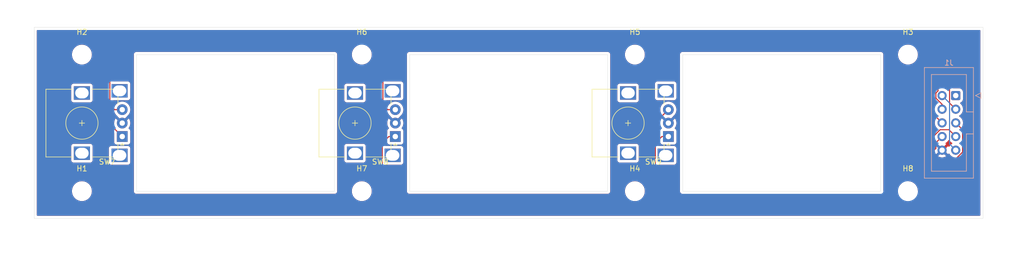
<source format=kicad_pcb>
(kicad_pcb (version 20240108) (generator "pcbnew") (generator_version "8.0")
  (layers (0 "F.Cu" signal) (31 "B.Cu" signal) (34 "B.Paste" user) (35 "F.Paste" user) (36 "B.SilkS" user "B.Silkscreen") (37 "F.SilkS" user "F.Silkscreen") (38 "B.Mask" user) (39 "F.Mask" user) (44 "Edge.Cuts" user))
  (net 0 "")
  (net 1 "GND")
  (net 2 "+3V3")
  (net 3 "Net-(J1-Pin_5)")
  (net 4 "Net-(J1-Pin_8)")
  (net 5 "Net-(J1-Pin_6)")
  (net 6 "Net-(J1-Pin_3)")
  (net 7 "Net-(J1-Pin_7)")
  (net 8 "Net-(J1-Pin_4)")
  (net 9 "Net-(J1-Pin_2)")
  (footprint "Anyma06:RotaryEncoder_Alps_EC12E_HV-Combo" (layer "F.Cu") (at 144.66 53.34 180)
    (property "Reference" "SW9" (at 2.8 -4.7 360) (layer "F.SilkS"))
    (property "Value" "RotaryEncoder")
    (fp_line (start 14.2 8.8) (end 9.3 8.8) (stroke (width 0.12)) (layer "F.SilkS"))
    (fp_line (start 14.2 -3.8) (end 14.2 8.8) (stroke (width 0.12)) (layer "F.SilkS"))
    (fp_line (start 9.3 -3.8) (end 14.2 -3.8) (stroke (width 0.12)) (layer "F.SilkS"))
    (fp_line (start 7.5 2) (end 7.5 3) (stroke (width 0.12)) (layer "F.SilkS"))
    (fp_line (start 7 2.5) (end 8 2.5) (stroke (width 0.12)) (layer "F.SilkS"))
    (fp_line (start 5.7 8.8) (end 0.8 8.8) (stroke (width 0.12)) (layer "F.SilkS"))
    (fp_line (start 5.6 -3.8) (end 0.8 -3.8) (stroke (width 0.12)) (layer "F.SilkS"))
    (fp_line (start 0.8 8.8) (end 0.8 6) (stroke (width 0.12)) (layer "F.SilkS"))
    (fp_line (start 0.8 -3.8) (end 0.8 -1.3) (stroke (width 0.12)) (layer "F.SilkS"))
    (fp_line (start 0.3 -1.6) (end 0 -1.3) (stroke (width 0.12)) (layer "F.SilkS"))
    (fp_line (start 0 -1.3) (end -0.3 -1.6) (stroke (width 0.12)) (layer "F.SilkS"))
    (fp_line (start -0.3 -1.6) (end 0.3 -1.6) (stroke (width 0.12)) (layer "F.SilkS"))
    (fp_circle (center 7.5 2.5) (end 10.5 2.5) (stroke (width 0.12)) (fill none) (layer "F.SilkS"))
    (pad "" thru_hole rect (at 0.5 -3.5 180) (size 3 2.5) (drill oval 2.5 2) (layers "*.Cu" "*.Mask"))
    (pad "" thru_hole rect (at 0.5 8.5 180) (size 3 2.5) (drill oval 2.5 2) (layers "*.Cu" "*.Mask"))
    (pad "" thru_hole rect (at 7.5 -3.1 180) (size 3 2.5) (drill oval 2.5 2) (layers "*.Cu" "*.Mask"))
    (pad "" thru_hole rect (at 7.5 8.1 180) (size 3 2.5) (drill oval 2.5 2) (layers "*.Cu" "*.Mask"))
    (pad "A" thru_hole rect (at 0 0 180) (size 2 2) (drill 1) (layers "*.Cu" "*.Mask") (net 7 "Net-(J1-Pin_7)"))
    (pad "B" thru_hole circle (at 0 5 180) (size 2 2) (drill 1) (layers "*.Cu" "*.Mask") (net 4 "Net-(J1-Pin_8)"))
    (pad "C" thru_hole circle (at 0 2.5 180) (size 2 2) (drill 1) (layers "*.Cu" "*.Mask") (net 1 "GND"))
  )
  (footprint "MountingHole:MountingHole_3.2mm_M3" (layer "F.Cu") (at 87.63 63.5)
    (property "Reference" "H7" (at 0 -4.2 0) (layer "F.SilkS"))
    (property "Value" "MountingHole")
    (pad "" np_thru_hole circle (at 0 0) (size 3.2 3.2) (drill 3.2) (layers "*.Cu" "*.Mask"))
  )
  (footprint "MountingHole:MountingHole_3.2mm_M3" (layer "F.Cu") (at 35.56 38.1)
    (property "Reference" "H2" (at 0 -4.2 0) (layer "F.SilkS"))
    (property "Value" "MountingHole")
    (pad "" np_thru_hole circle (at 0 0) (size 3.2 3.2) (drill 3.2) (layers "*.Cu" "*.Mask"))
  )
  (footprint "MountingHole:MountingHole_3.2mm_M3" (layer "F.Cu") (at 138.43 63.5)
    (property "Reference" "H4" (at 0 -4.2 0) (layer "F.SilkS"))
    (property "Value" "MountingHole")
    (pad "" np_thru_hole circle (at 0 0) (size 3.2 3.2) (drill 3.2) (layers "*.Cu" "*.Mask"))
  )
  (footprint "MountingHole:MountingHole_3.2mm_M3" (layer "F.Cu") (at 35.56 63.5)
    (property "Reference" "H1" (at 0 -4.2 0) (layer "F.SilkS"))
    (property "Value" "MountingHole")
    (pad "" np_thru_hole circle (at 0 0) (size 3.2 3.2) (drill 3.2) (layers "*.Cu" "*.Mask"))
  )
  (footprint "MountingHole:MountingHole_3.2mm_M3" (layer "F.Cu") (at 189.23 63.5)
    (property "Reference" "H8" (at 0 -4.2 0) (layer "F.SilkS"))
    (property "Value" "MountingHole")
    (pad "" np_thru_hole circle (at 0 0) (size 3.2 3.2) (drill 3.2) (layers "*.Cu" "*.Mask"))
  )
  (footprint "Anyma06:RotaryEncoder_Alps_EC12E_HV-Combo" (layer "F.Cu") (at 43.06 53.34 180)
    (property "Reference" "SW7" (at 2.8 -4.7 360) (layer "F.SilkS"))
    (property "Value" "RotaryEncoder")
    (fp_line (start 14.2 8.8) (end 9.3 8.8) (stroke (width 0.12)) (layer "F.SilkS"))
    (fp_line (start 14.2 -3.8) (end 14.2 8.8) (stroke (width 0.12)) (layer "F.SilkS"))
    (fp_line (start 9.3 -3.8) (end 14.2 -3.8) (stroke (width 0.12)) (layer "F.SilkS"))
    (fp_line (start 7.5 2) (end 7.5 3) (stroke (width 0.12)) (layer "F.SilkS"))
    (fp_line (start 7 2.5) (end 8 2.5) (stroke (width 0.12)) (layer "F.SilkS"))
    (fp_line (start 5.7 8.8) (end 0.8 8.8) (stroke (width 0.12)) (layer "F.SilkS"))
    (fp_line (start 5.6 -3.8) (end 0.8 -3.8) (stroke (width 0.12)) (layer "F.SilkS"))
    (fp_line (start 0.8 8.8) (end 0.8 6) (stroke (width 0.12)) (layer "F.SilkS"))
    (fp_line (start 0.8 -3.8) (end 0.8 -1.3) (stroke (width 0.12)) (layer "F.SilkS"))
    (fp_line (start 0.3 -1.6) (end 0 -1.3) (stroke (width 0.12)) (layer "F.SilkS"))
    (fp_line (start 0 -1.3) (end -0.3 -1.6) (stroke (width 0.12)) (layer "F.SilkS"))
    (fp_line (start -0.3 -1.6) (end 0.3 -1.6) (stroke (width 0.12)) (layer "F.SilkS"))
    (fp_circle (center 7.5 2.5) (end 10.5 2.5) (stroke (width 0.12)) (fill none) (layer "F.SilkS"))
    (pad "" thru_hole rect (at 0.5 -3.5 180) (size 3 2.5) (drill oval 2.5 2) (layers "*.Cu" "*.Mask"))
    (pad "" thru_hole rect (at 0.5 8.5 180) (size 3 2.5) (drill oval 2.5 2) (layers "*.Cu" "*.Mask"))
    (pad "" thru_hole rect (at 7.5 -3.1 180) (size 3 2.5) (drill oval 2.5 2) (layers "*.Cu" "*.Mask"))
    (pad "" thru_hole rect (at 7.5 8.1 180) (size 3 2.5) (drill oval 2.5 2) (layers "*.Cu" "*.Mask"))
    (pad "A" thru_hole rect (at 0 0 180) (size 2 2) (drill 1) (layers "*.Cu" "*.Mask") (net 6 "Net-(J1-Pin_3)"))
    (pad "B" thru_hole circle (at 0 5 180) (size 2 2) (drill 1) (layers "*.Cu" "*.Mask") (net 8 "Net-(J1-Pin_4)"))
    (pad "C" thru_hole circle (at 0 2.5 180) (size 2 2) (drill 1) (layers "*.Cu" "*.Mask") (net 1 "GND"))
  )
  (footprint "MountingHole:MountingHole_3.2mm_M3" (layer "F.Cu") (at 138.43 38.1)
    (property "Reference" "H5" (at 0 -4.2 0) (layer "F.SilkS"))
    (property "Value" "MountingHole")
    (pad "" np_thru_hole circle (at 0 0) (size 3.2 3.2) (drill 3.2) (layers "*.Cu" "*.Mask"))
  )
  (footprint "MountingHole:MountingHole_3.2mm_M3" (layer "F.Cu") (at 189.23 38.1)
    (property "Reference" "H3" (at 0 -4.2 0) (layer "F.SilkS"))
    (property "Value" "MountingHole")
    (pad "" np_thru_hole circle (at 0 0) (size 3.2 3.2) (drill 3.2) (layers "*.Cu" "*.Mask"))
  )
  (footprint "Anyma06:RotaryEncoder_Alps_EC12E_HV-Combo" (layer "F.Cu") (at 93.86 53.34 180)
    (property "Reference" "SW8" (at 2.8 -4.7 360) (layer "F.SilkS"))
    (property "Value" "RotaryEncoder")
    (fp_line (start 14.2 8.8) (end 9.3 8.8) (stroke (width 0.12)) (layer "F.SilkS"))
    (fp_line (start 14.2 -3.8) (end 14.2 8.8) (stroke (width 0.12)) (layer "F.SilkS"))
    (fp_line (start 9.3 -3.8) (end 14.2 -3.8) (stroke (width 0.12)) (layer "F.SilkS"))
    (fp_line (start 7.5 2) (end 7.5 3) (stroke (width 0.12)) (layer "F.SilkS"))
    (fp_line (start 7 2.5) (end 8 2.5) (stroke (width 0.12)) (layer "F.SilkS"))
    (fp_line (start 5.7 8.8) (end 0.8 8.8) (stroke (width 0.12)) (layer "F.SilkS"))
    (fp_line (start 5.6 -3.8) (end 0.8 -3.8) (stroke (width 0.12)) (layer "F.SilkS"))
    (fp_line (start 0.8 8.8) (end 0.8 6) (stroke (width 0.12)) (layer "F.SilkS"))
    (fp_line (start 0.8 -3.8) (end 0.8 -1.3) (stroke (width 0.12)) (layer "F.SilkS"))
    (fp_line (start 0.3 -1.6) (end 0 -1.3) (stroke (width 0.12)) (layer "F.SilkS"))
    (fp_line (start 0 -1.3) (end -0.3 -1.6) (stroke (width 0.12)) (layer "F.SilkS"))
    (fp_line (start -0.3 -1.6) (end 0.3 -1.6) (stroke (width 0.12)) (layer "F.SilkS"))
    (fp_circle (center 7.5 2.5) (end 10.5 2.5) (stroke (width 0.12)) (fill none) (layer "F.SilkS"))
    (pad "" thru_hole rect (at 0.5 -3.5 180) (size 3 2.5) (drill oval 2.5 2) (layers "*.Cu" "*.Mask"))
    (pad "" thru_hole rect (at 0.5 8.5 180) (size 3 2.5) (drill oval 2.5 2) (layers "*.Cu" "*.Mask"))
    (pad "" thru_hole rect (at 7.5 -3.1 180) (size 3 2.5) (drill oval 2.5 2) (layers "*.Cu" "*.Mask"))
    (pad "" thru_hole rect (at 7.5 8.1 180) (size 3 2.5) (drill oval 2.5 2) (layers "*.Cu" "*.Mask"))
    (pad "A" thru_hole rect (at 0 0 180) (size 2 2) (drill 1) (layers "*.Cu" "*.Mask") (net 3 "Net-(J1-Pin_5)"))
    (pad "B" thru_hole circle (at 0 5 180) (size 2 2) (drill 1) (layers "*.Cu" "*.Mask") (net 5 "Net-(J1-Pin_6)"))
    (pad "C" thru_hole circle (at 0 2.5 180) (size 2 2) (drill 1) (layers "*.Cu" "*.Mask") (net 1 "GND"))
  )
  (footprint "MountingHole:MountingHole_3.2mm_M3" (layer "F.Cu") (at 87.63 38.1)
    (property "Reference" "H6" (at 0 -4.2 0) (layer "F.SilkS"))
    (property "Value" "MountingHole")
    (pad "" np_thru_hole circle (at 0 0) (size 3.2 3.2) (drill 3.2) (layers "*.Cu" "*.Mask"))
  )
  (footprint "Connector_IDC:IDC-Header_2x05_P2.54mm_Vertical" (layer "B.Cu") (at 198.12 45.72 180)
    (property "Reference" "J1" (at 1.27 6.1 0) (layer "B.SilkS") (effects (justify mirror)))
    (property "Value" "Conn_01x10")
    (fp_line (start 5.83 5.21) (end -3.29 5.21) (stroke (width 0.12)) (layer "B.SilkS"))
    (fp_line (start 5.83 -15.37) (end 5.83 5.21) (stroke (width 0.12)) (layer "B.SilkS"))
    (fp_line (start 4.52 3.91) (end -1.98 3.91) (stroke (width 0.12)) (layer "B.SilkS"))
    (fp_line (start 4.52 -14.07) (end 4.52 3.91) (stroke (width 0.12)) (layer "B.SilkS"))
    (fp_line (start -1.98 3.91) (end -1.98 -3.03) (stroke (width 0.12)) (layer "B.SilkS"))
    (fp_line (start -1.98 -3.03) (end -3.29 -3.03) (stroke (width 0.12)) (layer "B.SilkS"))
    (fp_line (start -1.98 -7.13) (end -1.98 -7.13) (stroke (width 0.12)) (layer "B.SilkS"))
    (fp_line (start -1.98 -7.13) (end -1.98 -14.07) (stroke (width 0.12)) (layer "B.SilkS"))
    (fp_line (start -1.98 -14.07) (end 4.52 -14.07) (stroke (width 0.12)) (layer "B.SilkS"))
    (fp_line (start -3.29 5.21) (end -3.29 -15.37) (stroke (width 0.12)) (layer "B.SilkS"))
    (fp_line (start -3.29 -7.13) (end -1.98 -7.13) (stroke (width 0.12)) (layer "B.SilkS"))
    (fp_line (start -3.29 -15.37) (end 5.83 -15.37) (stroke (width 0.12)) (layer "B.SilkS"))
    (fp_line (start -3.68 0) (end -4.68 -0.5) (stroke (width 0.12)) (layer "B.SilkS"))
    (fp_line (start -4.68 0.5) (end -3.68 0) (stroke (width 0.12)) (layer "B.SilkS"))
    (fp_line (start -4.68 -0.5) (end -4.68 0.5) (stroke (width 0.12)) (layer "B.SilkS"))
    (pad "1" thru_hole roundrect (at 0 0 180) (size 1.7 1.7) (drill 1) (layers "*.Cu" "*.Mask") (roundrect_rratio 0.147059) (net 2 "+3V3"))
    (pad "2" thru_hole circle (at 2.54 0 180) (size 1.7 1.7) (drill 1) (layers "*.Cu" "*.Mask") (net 9 "Net-(J1-Pin_2)"))
    (pad "3" thru_hole circle (at 0 -2.54 180) (size 1.7 1.7) (drill 1) (layers "*.Cu" "*.Mask") (net 6 "Net-(J1-Pin_3)"))
    (pad "4" thru_hole circle (at 2.54 -2.54 180) (size 1.7 1.7) (drill 1) (layers "*.Cu" "*.Mask") (net 8 "Net-(J1-Pin_4)"))
    (pad "5" thru_hole circle (at 0 -5.08 180) (size 1.7 1.7) (drill 1) (layers "*.Cu" "*.Mask") (net 3 "Net-(J1-Pin_5)"))
    (pad "6" thru_hole circle (at 2.54 -5.08 180) (size 1.7 1.7) (drill 1) (layers "*.Cu" "*.Mask") (net 5 "Net-(J1-Pin_6)"))
    (pad "7" thru_hole circle (at 0 -7.62 180) (size 1.7 1.7) (drill 1) (layers "*.Cu" "*.Mask") (net 7 "Net-(J1-Pin_7)"))
    (pad "8" thru_hole circle (at 2.54 -7.62 180) (size 1.7 1.7) (drill 1) (layers "*.Cu" "*.Mask") (net 4 "Net-(J1-Pin_8)"))
    (pad "9" thru_hole circle (at 0 -10.16 180) (size 1.7 1.7) (drill 1) (layers "*.Cu" "*.Mask") (net 9 "Net-(J1-Pin_2)"))
    (pad "10" thru_hole circle (at 2.54 -10.16 180) (size 1.7 1.7) (drill 1) (layers "*.Cu" "*.Mask") (net 1 "GND"))
  )
  (gr_rect (start 45.72 38.1) (end 82.55 63.5) (stroke (width 0.05)) (fill none) (layer "Edge.Cuts"))
  (gr_rect (start 26.67 33.02) (end 203.2 68.58) (stroke (width 0.05)) (fill none) (layer "Edge.Cuts"))
  (gr_rect (start 147.32 38.1) (end 184.15 63.5) (stroke (width 0.05)) (fill none) (layer "Edge.Cuts"))
  (gr_rect (start 96.52 38.1) (end 133.35 63.5) (stroke (width 0.05)) (fill none) (layer "Edge.Cuts"))
  (segment (start 91.44 54.56) (end 91.44 63.246) (width 0.2) (layer "F.Cu") (net 3))
  (segment (start 91.44 63.246) (end 93.644 65.45) (width 0.2) (layer "F.Cu") (net 3))
  (segment (start 93.86 53.34) (end 92.66 53.34) (width 0.2) (layer "F.Cu") (net 3))
  (segment (start 145.344629 65.45) (end 145.464629 65.57) (width 0.2) (layer "F.Cu") (net 3))
  (segment (start 199.39 52.07) (end 198.12 50.8) (width 0.2) (layer "F.Cu") (net 3))
  (segment (start 93.644 65.45) (end 145.344629 65.45) (width 0.2) (layer "F.Cu") (net 3))
  (segment (start 145.464629 65.57) (end 190.056346 65.57) (width 0.2) (layer "F.Cu") (net 3))
  (segment (start 92.66 53.34) (end 91.44 54.56) (width 0.2) (layer "F.Cu") (net 3))
  (segment (start 190.056346 65.57) (end 199.39 56.236346) (width 0.2) (layer "F.Cu") (net 3))
  (segment (start 199.39 56.236346) (end 199.39 52.07) (width 0.2) (layer "F.Cu") (net 3))
  (segment (start 187.28 62.692284) (end 194.43 55.542284) (width 0.2) (layer "F.Cu") (net 4))
  (segment (start 194.43 55.542284) (end 194.43 54.49) (width 0.2) (layer "F.Cu") (net 4))
  (segment (start 187.28 62.713685) (end 187.28 62.692284) (width 0.2) (layer "F.Cu") (net 4))
  (segment (start 141.84 51.16) (end 141.84 61.379686) (width 0.2) (layer "F.Cu") (net 4))
  (segment (start 145.630314 65.17) (end 184.823686 65.17) (width 0.2) (layer "F.Cu") (net 4))
  (segment (start 194.43 54.49) (end 195.58 53.34) (width 0.2) (layer "F.Cu") (net 4))
  (segment (start 184.823686 65.17) (end 187.28 62.713685) (width 0.2) (layer "F.Cu") (net 4))
  (segment (start 144.66 48.34) (end 141.84 51.16) (width 0.2) (layer "F.Cu") (net 4))
  (segment (start 141.84 61.379686) (end 145.630314 65.17) (width 0.2) (layer "F.Cu") (net 4))
  (segment (start 192.106 36.15) (end 194.03 38.074) (width 0.2) (layer "F.Cu") (net 5))
  (segment (start 91.56 47.454213) (end 91.56 37.98) (width 0.2) (layer "F.Cu") (net 5))
  (segment (start 92.445787 48.34) (end 91.56 47.454213) (width 0.2) (layer "F.Cu") (net 5))
  (segment (start 194.03 49.25) (end 195.58 50.8) (width 0.2) (layer "F.Cu") (net 5))
  (segment (start 91.56 37.98) (end 93.39 36.15) (width 0.2) (layer "F.Cu") (net 5))
  (segment (start 93.39 36.15) (end 192.106 36.15) (width 0.2) (layer "F.Cu") (net 5))
  (segment (start 194.03 38.074) (end 194.03 49.25) (width 0.2) (layer "F.Cu") (net 5))
  (segment (start 93.86 48.34) (end 92.445787 48.34) (width 0.2) (layer "F.Cu") (net 5))
  (segment (start 196.97 47.11) (end 196.97 38.474) (width 0.2) (layer "F.Cu") (net 6))
  (segment (start 40.36 50.64) (end 43.06 53.34) (width 0.2) (layer "F.Cu") (net 6))
  (segment (start 42.824314 35.35) (end 40.36 37.814314) (width 0.2) (layer "F.Cu") (net 6))
  (segment (start 40.36 37.814314) (end 40.36 50.64) (width 0.2) (layer "F.Cu") (net 6))
  (segment (start 193.846 35.35) (end 42.824314 35.35) (width 0.2) (layer "F.Cu") (net 6))
  (segment (start 198.12 48.26) (end 196.97 47.11) (width 0.2) (layer "F.Cu") (net 6))
  (segment (start 196.97 38.474) (end 193.846 35.35) (width 0.2) (layer "F.Cu") (net 6))
  (segment (start 143.46 53.34) (end 144.66 53.34) (width 0.2) (layer "F.Cu") (net 7))
  (segment (start 194.03 55.144) (end 184.404 64.77) (width 0.2) (layer "F.Cu") (net 7))
  (segment (start 194.03 53.263654) (end 194.03 55.144) (width 0.2) (layer "F.Cu") (net 7))
  (segment (start 142.24 54.56) (end 143.46 53.34) (width 0.2) (layer "F.Cu") (net 7))
  (segment (start 145.796 64.77) (end 142.24 61.214) (width 0.2) (layer "F.Cu") (net 7))
  (segment (start 198.12 53.34) (end 196.85 52.07) (width 0.2) (layer "F.Cu") (net 7))
  (segment (start 195.223654 52.07) (end 194.03 53.263654) (width 0.2) (layer "F.Cu") (net 7))
  (segment (start 184.404 64.77) (end 145.796 64.77) (width 0.2) (layer "F.Cu") (net 7))
  (segment (start 142.24 61.214) (end 142.24 54.56) (width 0.2) (layer "F.Cu") (net 7))
  (segment (start 196.85 52.07) (end 195.223654 52.07) (width 0.2) (layer "F.Cu") (net 7))
  (segment (start 194.43 45.243654) (end 194.43 46.196346) (width 0.2) (layer "F.Cu") (net 8))
  (segment (start 193.484 35.75) (end 194.83 37.096) (width 0.2) (layer "F.Cu") (net 8))
  (segment (start 195.58 47.346346) (end 195.58 48.26) (width 0.2) (layer "F.Cu") (net 8))
  (segment (start 194.83 44.843654) (end 194.43 45.243654) (width 0.2) (layer "F.Cu") (net 8))
  (segment (start 42.99 35.75) (end 193.484 35.75) (width 0.2) (layer "F.Cu") (net 8))
  (segment (start 194.43 46.196346) (end 195.58 47.346346) (width 0.2) (layer "F.Cu") (net 8))
  (segment (start 40.76 47.454213) (end 40.76 37.98) (width 0.2) (layer "F.Cu") (net 8))
  (segment (start 194.83 37.096) (end 194.83 44.843654) (width 0.2) (layer "F.Cu") (net 8))
  (segment (start 40.76 37.98) (end 42.99 35.75) (width 0.2) (layer "F.Cu") (net 8))
  (segment (start 41.645787 48.34) (end 40.76 47.454213) (width 0.2) (layer "F.Cu") (net 8))
  (segment (start 43.06 48.34) (end 41.645787 48.34) (width 0.2) (layer "F.Cu") (net 8))
  (segment (start 196.97 47.11) (end 196.97 54.73) (width 0.2) (layer "B.Cu") (net 9))
  (segment (start 196.97 54.73) (end 198.12 55.88) (width 0.2) (layer "B.Cu") (net 9))
  (segment (start 195.58 45.72) (end 196.97 47.11) (width 0.2) (layer "B.Cu") (net 9))
  (zone (net 1) (net_name "GND") (layers "F&B.Cu") (connect_pads (clearance 0.5)) (min_thickness 0.25) (fill yes (thermal_gap 0.5) (thermal_bridge_width 0.5))
    (polygon (pts (xy 22.86 27.94) (xy 210.82 27.94) (xy 209.55 76.2) (xy 20.32 77.47) (xy 21.59 77.47)))
  )
)
</source>
